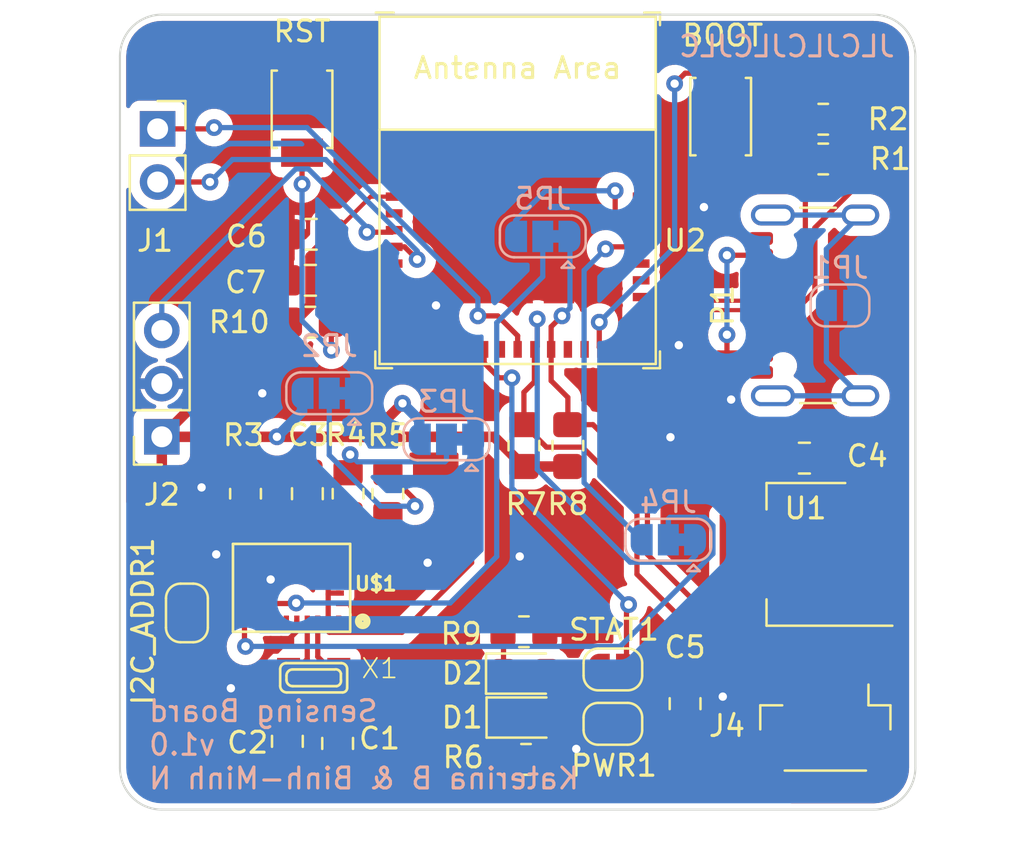
<source format=kicad_pcb>
(kicad_pcb (version 20221018) (generator pcbnew)
  (layers (0 "F.Cu" signal) (31 "B.Cu" signal) (34 "B.Paste" user) (35 "F.Paste" user) (36 "B.SilkS" user "B.Silkscreen") (37 "F.SilkS" user "F.Silkscreen") (38 "B.Mask" user) (39 "F.Mask" user) (44 "Edge.Cuts" user))
  (net 0 "")
  (net 1 "GND")
  (net 2 "Net-(U$1-XIN32)")
  (net 3 "Net-(U$1-XOUT32)")
  (net 4 "Net-(U$1-CAP)")
  (net 5 "Net-(U1-VI)")
  (net 6 "+3V3")
  (net 7 "~{RST}")
  (net 8 "Net-(D1-K)")
  (net 9 "Net-(D1-A)")
  (net 10 "Net-(D2-K)")
  (net 11 "Net-(D2-A)")
  (net 12 "/I2CADDR_3V")
  (net 13 "ADC1-4")
  (net 14 "ADC1-3")
  (net 15 "ADC1-2")
  (net 16 "SDA")
  (net 17 "SCL")
  (net 18 "Net-(JP1-B)")
  (net 19 "Net-(P1-CC)")
  (net 20 "USB_N")
  (net 21 "USB_P")
  (net 22 "Net-(P1-VCONN)")
  (net 23 "/PS0_3V")
  (net 24 "/PS1_3V")
  (net 25 "GPIO10")
  (net 26 "BOOT")
  (net 28 "/NRESET_3V")
  (net 29 "/INT_3V")
  (net 48 "Net-(JP2-C)")
  (net 49 "Net-(JP3-C)")
  (net 50 "IMU_COM0")
  (net 51 "ESP_RX")
  (net 52 "IMU_COM1")
  (net 53 "ESP_TX")
  (footprint "Capacitor_SMD:C_0805_2012Metric_Pad1.18x1.45mm_HandSolder" (layer "F.Cu") (at 58 84.7375 90)
    (fp_text reference "C2")
    (fp_text value "22p")
  )
  (footprint "sensingBoard-Library:BNO055" (layer "F.Cu") (at 58.2 77.4 180)
    (fp_text reference "U$1")
    (fp_text value "BNO055")
  )
  (footprint "Resistor_SMD:R_0805_2012Metric_Pad1.20x1.40mm_HandSolder" (layer "F.Cu") (at 69.3 79.5)
    (fp_text reference "R9")
    (fp_text value "4.7k")
  )
  (footprint "Jumper:SolderJumper-2_P1.3mm_Open_RoundedPad1.0x1.5mm" (layer "F.Cu") (at 73.55 81.3)
    (fp_text reference "STAT1")
    (fp_text value "~")
  )
  (footprint "sensingBoard-Library:SMD_Pushbutton_3mmx4mm" (layer "F.Cu") (at 58.7 54.525 -90)
    (fp_text reference "RST")
    (fp_text value "SW_Push")
  )
  (footprint "Resistor_SMD:R_0805_2012Metric_Pad1.20x1.40mm_HandSolder" (layer "F.Cu") (at 71.4 70.6 90)
    (fp_text reference "R8")
    (fp_text value "2.2k")
  )
  (footprint "Connector_PinSocket_2.54mm:PinSocket_1x03_P2.54mm_Vertical" (layer "F.Cu") (at 52 70.18 180)
    (fp_text reference "J2")
    (fp_text value "Conn_01x03_Socket" hide)
  )
  (footprint "LED_SMD:LED_0805_2012Metric_Pad1.15x1.40mm_HandSolder" (layer "F.Cu") (at 69.35 81.5)
    (fp_text reference "D2")
    (fp_text value "Blue")
  )
  (footprint "Connector_JST:JST_SH_BM04B-SRSS-TB_1x04-1MP_P1.00mm_Vertical" (layer "F.Cu") (at 83.7 84.125 180)
    (fp_text reference "J4")
    (fp_text value "Conn_01x04_MountingPin")
  )
  (footprint "Capacitor_SMD:C_0805_2012Metric_Pad1.18x1.45mm_HandSolder" (layer "F.Cu") (at 60.4 84.8375 90)
    (fp_text reference "C1")
    (fp_text value "22p")
  )
  (footprint "LED_SMD:LED_0805_2012Metric_Pad1.15x1.40mm_HandSolder" (layer "F.Cu") (at 69.375 83.6)
    (fp_text reference "D1")
    (fp_text value "Red")
  )
  (footprint "Resistor_SMD:R_0805_2012Metric_Pad1.20x1.40mm_HandSolder" (layer "F.Cu") (at 69.4 85.6)
    (fp_text reference "R6")
    (fp_text value "4.7k")
  )
  (footprint "Package_TO_SOT_SMD:SOT-223-3_TabPin2" (layer "F.Cu") (at 82.8 75.8 180)
    (fp_text reference "U1")
    (fp_text value "AMS1117")
  )
  (footprint "Connector_PinSocket_2.54mm:PinSocket_1x02_P2.54mm_Vertical" (layer "F.Cu") (at 51.8 55.46)
    (fp_text reference "J1")
    (fp_text value "Conn_01x02_Socket")
  )
  (footprint "PCM_Espressif:ESP32-C3-MINI-1" (layer "F.Cu") (at 69 58.4)
    (fp_text reference "U2")
    (fp_text value "ESP32-C3-MINI-1")
  )
  (footprint "Capacitor_SMD:C_0805_2012Metric_Pad1.18x1.45mm_HandSolder" (layer "F.Cu") (at 58.95575 72.9 -90)
    (fp_text reference "C3")
    (fp_text value "0.1u")
  )
  (footprint "Resistor_SMD:R_0805_2012Metric_Pad1.20x1.40mm_HandSolder" (layer "F.Cu") (at 83.6 55 180)
    (fp_text reference "R2")
    (fp_text value "5.1K")
  )
  (footprint "sensingBoard-Library:XTAL3215" (layer "F.Cu") (at 59.25575 81.7 180)
    (fp_text reference "X1")
    (fp_text value "32.768")
  )
  (footprint "Jumper:SolderJumper-2_P1.3mm_Open_RoundedPad1.0x1.5mm" (layer "F.Cu") (at 53.2 78.6 90)
    (fp_text reference "I2C_ADDR1")
    (fp_text value "~")
  )
  (footprint "Capacitor_SMD:C_0805_2012Metric_Pad1.18x1.45mm_HandSolder" (layer "F.Cu") (at 59.1 62.7 180)
    (fp_text reference "C7")
    (fp_text value "0.1u")
  )
  (footprint "Capacitor_SMD:C_0805_2012Metric_Pad1.18x1.45mm_HandSolder" (layer "F.Cu") (at 77 82.9375 90)
    (fp_text reference "C5")
    (fp_text value "C")
  )
  (footprint "sensingBoard-Library:SMD_Pushbutton_3mmx4mm" (layer "F.Cu") (at 78.7 54.875 90)
    (fp_text reference "BOOT")
    (fp_text value "SW_Push")
  )
  (footprint "Capacitor_SMD:C_0805_2012Metric_Pad1.18x1.45mm_HandSolder" (layer "F.Cu") (at 59.1375 60.5 180)
    (fp_text reference "C6")
    (fp_text value "0.1u")
  )
  (footprint "Jumper:SolderJumper-2_P1.3mm_Open_RoundedPad1.0x1.5mm" (layer "F.Cu") (at 73.55 83.9)
    (fp_text reference "PWR1")
    (fp_text value "~")
  )
  (footprint "Resistor_SMD:R_0805_2012Metric_Pad1.20x1.40mm_HandSolder" (layer "F.Cu") (at 83.6 56.9 180)
    (fp_text reference "R1")
    (fp_text value "5.1K")
  )
  (footprint "Resistor_SMD:R_0805_2012Metric_Pad1.20x1.40mm_HandSolder" (layer "F.Cu") (at 59.1 64.7)
    (fp_text reference "R10")
    (fp_text value "100k")
  )
  (footprint "Resistor_SMD:R_0805_2012Metric_Pad1.20x1.40mm_HandSolder" (layer "F.Cu") (at 56 72.9 90)
    (fp_text reference "R3")
    (fp_text value "10k")
  )
  (footprint "Connector_USB:USB_C_Receptacle_GCT_USB4105-xx-A_16P_TopMnt_Horizontal" (layer "F.Cu") (at 84.3 63.9 90)
    (fp_text reference "P1")
    (fp_text value "USB_C_Plug_USB2.0")
  )
  (footprint "Resistor_SMD:R_0805_2012Metric_Pad1.20x1.40mm_HandSolder" (layer "F.Cu") (at 60.9 72.9 90)
    (fp_text reference "R4")
    (fp_text value "10k")
  )
  (footprint "Resistor_SMD:R_0805_2012Metric_Pad1.20x1.40mm_HandSolder" (layer "F.Cu") (at 62.8 72.9 90)
    (fp_text reference "R5")
    (fp_text value "10k")
  )
  (footprint "Capacitor_SMD:C_0805_2012Metric_Pad1.18x1.45mm_HandSolder" (layer "F.Cu") (at 82.7 71.2 180)
    (fp_text reference "C4")
    (fp_text value "C")
  )
  (footprint "Resistor_SMD:R_0805_2012Metric_Pad1.20x1.40mm_HandSolder" (layer "F.Cu") (at 69.3 70.6 -90)
    (fp_text reference "R7")
    (fp_text value "2.2k")
  )
  (footprint "Jumper:SolderJumper-3_P1.3mm_Bridged12_RoundedPad1.0x1.5mm" (layer "B.Cu") (at 60 68.1 180)
    (fp_text reference "JP2")
    (fp_text value "SolderJumper_3_Bridged12")
  )
  (footprint "Jumper:SolderJumper-2_P1.3mm_Open_RoundedPad1.0x1.5mm" (layer "B.Cu") (at 84.4 63.9 180)
    (fp_text reference "JP1")
    (fp_text value "~")
  )
  (footprint "Jumper:SolderJumper-3_P1.3mm_Bridged12_RoundedPad1.0x1.5mm" (layer "B.Cu") (at 65.6 70.3 180)
    (fp_text reference "JP3")
    (fp_text value "SolderJumper_3_Bridged12")
  )
  (footprint "Jumper:SolderJumper-3_P1.3mm_Bridged12_RoundedPad1.0x1.5mm" (layer "B.Cu") (at 76.2 75.1 180)
    (fp_text reference "JP4")
    (fp_text value "SolderJumper_3_Bridged12")
  )
  (footprint "Jumper:SolderJumper-3_P1.3mm_Bridged12_RoundedPad1.0x1.5mm" (layer "B.Cu") (at 70.2 60.6 180)
    (fp_text reference "JP5")
    (fp_text value "SolderJumper_3_Bridged12")
  )
  (gr_line (start 86 88) (end 52 88) (stroke (width 0.1)) (layer "Edge.Cuts"))
  (gr_arc (start 50 52) (mid 50.585786 50.585786) (end 52 50) (stroke (width 0.1)) (layer "Edge.Cuts"))
  (gr_line (start 50 86) (end 50 52) (stroke (width 0.1)) (layer "Edge.Cuts"))
  (gr_line (start 88 52) (end 88 86) (stroke (width 0.1)) (layer "Edge.Cuts"))
  (gr_arc (start 88 86) (mid 87.414214 87.414214) (end 86 88) (stroke (width 0.1)) (layer "Edge.Cuts"))
  (gr_line (start 52 50) (end 86 50) (stroke (width 0.1)) (layer "Edge.Cuts"))
  (gr_arc (start 52 88) (mid 50.585786 87.414214) (end 50 86) (stroke (width 0.1)) (layer "Edge.Cuts"))
  (gr_arc (start 86 50) (mid 87.414214 50.585786) (end 88 52) (stroke (width 0.1)) (layer "Edge.Cuts"))
  (gr_text "Sensing Board\nv1.0\nKaterina B & Binh-Minh N" (at 51.3 84.9) (layer "B.SilkS") (effects (font (size 1 1)) (justify right mirror)))
  (gr_text "JLCJLCJLCJLC" (at 87.1 52.1) (layer "B.SilkS") (effects (font (size 1 1)) (justify left bottom mirror)))
  (segment (start 55.95 76.5875) (end 55.8875 76.65) (width 0.25) (layer "F.Cu") (net 1))
  (segment (start 58.5 76.8) (end 58.3 77) (width 0.25) (layer "F.Cu") (net 1))
  (segment (start 56.55 77.65) (end 57.2 77) (width 0.25) (layer "F.Cu") (net 1))
  (segment (start 55.95 75.8375) (end 54.6375 75.8375) (width 0.25) (layer "F.Cu") (net 1))
  (segment (start 55.95 75.8375) (end 55.95 76.5875) (width 0.25) (layer "F.Cu") (net 1))
  (segment (start 60.5125 78.15) (end 62.75 78.15) (width 0.25) (layer "F.Cu") (net 1))
  (segment (start 63.1 66) (end 63.05 66.05) (width 0.25) (layer "F.Cu") (net 1))
  (segment (start 58.3 77) (end 57.2 77) (width 0.25) (layer "F.Cu") (net 1))
  (segment (start 57.275 80.425) (end 56.7 81) (width 0.25) (layer "F.Cu") (net 1))
  (segment (start 56.7 81) (end 56.7 81.1) (width 0.25) (layer "F.Cu") (net 1))
  (segment (start 58.45 76.75) (end 58.5 76.8) (width 0.25) (layer "F.Cu") (net 1))
  (segment (start 58.45 78.9625) (end 58.45 79.475) (width 0.25) (layer "F.Cu") (net 1))
  (segment (start 62.75 78.15) (end 64.7 76.2) (width 0.25) (layer "F.Cu") (net 1))
  (segment (start 54.6375 75.8375) (end 54.6 75.8) (width 0.25) (layer "F.Cu") (net 1))
  (segment (start 57.5 80.425) (end 57.275 80.425) (width 0.25) (layer "F.Cu") (net 1))
  (segment (start 55.8875 77.65) (end 56.55 77.65) (width 0.25) (layer "F.Cu") (net 1))
  (segment (start 58.45 79.475) (end 57.5 80.425) (width 0.25) (layer "F.Cu") (net 1))
  (segment (start 58.45 75.8375) (end 58.45 76.75) (width 0.25) (layer "F.Cu") (net 1))
  (via (at 79.2 68.4) (size 0.8) (drill 0.4) (layers "F.Cu" "B.Cu") (net 1))
  (via (at 53.9 72.6) (size 0.8) (drill 0.4) (layers "F.Cu" "B.Cu") (net 1))
  (via (at 78.8 82.6) (size 0.8) (drill 0.4) (layers "F.Cu" "B.Cu") (net 1))
  (via (at 69.1 75.9) (size 0.8) (drill 0.4) (layers "F.Cu" "B.Cu") (net 1))
  (via (at 76.7 65.8) (size 0.8) (drill 0.4) (layers "F.Cu" "B.Cu") (net 1))
  (via (at 65.1 63.9) (size 0.8) (drill 0.4) (layers "F.Cu" "B.Cu") (net 1))
  (via (at 57.2 77) (size 0.8) (drill 0.4) (layers "F.Cu" "B.Cu") (net 1))
  (via (at 71.8 85.1) (size 0.8) (drill 0.4) (layers "F.Cu" "B.Cu") (net 1))
  (via (at 55.3 82.2) (size 0.8) (drill 0.4) (layers "F.Cu" "B.Cu") (net 1))
  (via (at 64.7 76.2) (size 0.8) (drill 0.4) (layers "F.Cu" "B.Cu") (net 1))
  (via (at 56.8 68.1) (size 0.8) (drill 0.4) (layers "F.Cu" "B.Cu") (net 1))
  (via (at 76.3 70.2) (size 0.8) (drill 0.4) (layers "F.Cu" "B.Cu") (net 1))
  (via (at 77.9 59.2) (size 0.8) (drill 0.4) (layers "F.Cu" "B.Cu") (net 1))
  (via (at 54.6 75.8) (size 0.8) (drill 0.4) (layers "F.Cu" "B.Cu") (net 1))
  (segment (start 59.45 78.9625) (end 59.45 80.69425) (width 0.25) (layer "F.Cu") (net 2))
  (segment (start 60.4 83.8) (end 60.4 81.75575) (width 0.25) (layer "F.Cu") (net 2))
  (segment (start 60.4 81.75575) (end 60.45575 81.7) (width 0.25) (layer "F.Cu") (net 2))
  (segment (start 59.45 80.69425) (end 60.45575 81.7) (width 0.25) (layer "F.Cu") (net 2))
  (segment (start 58.05575 81.7) (end 58.1 81.7) (width 0.25) (layer "F.Cu") (net 3))
  (segment (start 58.05575 83.64425) (end 58.05575 81.7) (width 0.25) (layer "F.Cu") (net 3))
  (segment (start 58.95 78.9625) (end 58.95 80.80575) (width 0.25) (layer "F.Cu") (net 3))
  (segment (start 58 83.7) (end 58.05575 83.64425) (width 0.25) (layer "F.Cu") (net 3))
  (segment (start 58.95 80.80575) (end 58.05575 81.7) (width 0.25) (layer "F.Cu") (net 3))
  (segment (start 58.95575 75.83175) (end 58.95 75.8375) (width 0.25) (layer "F.Cu") (net 4))
  (segment (start 58.95575 73.9375) (end 58.95575 75.83175) (width 0.25) (layer "F.Cu") (net 4))
  (segment (start 85.95 73.5) (end 84.6 73.5) (width 0.5) (layer "F.Cu") (net 5))
  (segment (start 80.62 66.3) (end 79 66.3) (width 0.5) (layer "F.Cu") (net 5))
  (segment (start 83.7375 72.6375) (end 83.7375 71.2) (width 0.5) (layer "F.Cu") (net 5))
  (segment (start 84.6 73.5) (end 83.7375 72.6375) (width 0.5) (layer "F.Cu") (net 5))
  (segment (start 77.9 69.1) (end 78.7 69.9) (width 0.5) (layer "F.Cu") (net 5))
  (segment (start 79 65.3) (end 79 66.3) (width 0.25) (layer "F.Cu") (net 5))
  (segment (start 82.4375 69.9) (end 83.7375 71.2) (width 0.5) (layer "F.Cu") (net 5))
  (segment (start 78.7 69.9) (end 82.4375 69.9) (width 0.5) (layer "F.Cu") (net 5))
  (segment (start 78.6 66.3) (end 77.9 67) (width 0.5) (layer "F.Cu") (net 5))
  (segment (start 77.9 67) (end 77.9 69.1) (width 0.5) (layer "F.Cu") (net 5))
  (segment (start 79 66.3) (end 78.6 66.3) (width 0.5) (layer "F.Cu") (net 5))
  (segment (start 80.62 61.5) (end 79 61.5) (width 0.25) (layer "F.Cu") (net 5))
  (via (at 79 61.5) (size 0.8) (drill 0.4) (layers "F.Cu" "B.Cu") (net 5))
  (via (at 79 65.3) (size 0.8) (drill 0.4) (layers "F.Cu" "B.Cu") (net 5))
  (segment (start 79 61.5) (end 79 65.3) (width 0.25) (layer "B.Cu") (net 5))
  (segment (start 81.6 86.9) (end 84.2 84.3) (width 0.5) (layer "F.Cu") (net 6))
  (segment (start 69.3 71.6) (end 71.4 71.6) (width 0.5) (layer "F.Cu") (net 6))
  (segment (start 85.95 75.8) (end 85 75.8) (width 0.5) (layer "F.Cu") (net 6))
  (segment (start 59.1 63.903122) (end 59.1 61.575) (width 0.5) (layer "F.Cu") (net 6))
  (segment (start 57.1125 86.9125) (end 72.7875 86.9125) (width 0.5) (layer "F.Cu") (net 6))
  (segment (start 63.1 58.7) (end 61.975 58.7) (width 0.2) (layer "F.Cu") (net 6))
  (segment (start 61.975 58.7) (end 60.175 60.5) (width 0.2) (layer "F.Cu") (net 6))
  (segment (start 59.95 76.85) (end 59.45 76.35) (width 0.25) (layer "F.Cu") (net 6))
  (segment (start 60 77.15) (end 60.5125 77.15) (width 0.25) (layer "F.Cu") (net 6))
  (segment (start 66.8 76.2) (end 66.8 70.18) (width 0.25) (layer "F.Cu") (net 6))
  (segment (start 72.7875 86.9125) (end 74.2 85.5) (width 0.5) (layer "F.Cu") (net 6))
  (segment (start 59.1 61.575) (end 60.175 60.5) (width 0.5) (layer "F.Cu") (net 6))
  (segment (start 77 83.975) (end 79.925 86.9) (width 0.5) (layer "F.Cu") (net 6))
  (segment (start 59.95 77.7) (end 60 77.65) (width 0.25) (layer "F.Cu") (net 6))
  (segment (start 79.65 75.8) (end 85.95 75.8) (width 0.5) (layer "F.Cu") (net 6))
  (segment (start 58.1 64.7) (end 58.303122 64.7) (width 0.5) (layer "F.Cu") (net 6))
  (segment (start 59.95 79.475) (end 60 79.525) (width 0.25) (layer "F.Cu") (net 6))
  (segment (start 52.45 79.25) (end 53.2 79.25) (width 0.5) (layer "F.Cu") (net 6))
  (segment (start 85 75.8) (end 84.2 76.6) (width 0.5) (layer "F.Cu") (net 6))
  (segment (start 63.5 70.18) (end 66.8 70.18) (width 0.5) (layer "F.Cu") (net 6))
  (segment (start 57.5 70.18) (end 60.96 70.18) (width 0.5) (layer "F.Cu") (net 6))
  (segment (start 79.925 86.9) (end 80.5 86.9) (width 0.5) (layer "F.Cu") (net 6))
  (segment (start 60.96 70.18) (end 63.5 70.18) (width 0.5) (layer "F.Cu") (net 6))
  (segment (start 53.2 83) (end 57.1125 86.9125) (width 0.5) (layer "F.Cu") (net 6))
  (segment (start 53.2 79.25) (end 53.2 83) (width 0.5) (layer "F.Cu") (net 6))
  (segment (start 63.5 68.58) (end 61.9 70.18) (width 0.5) (layer "F.Cu") (net 6))
  (segment (start 66.8 70.18) (end 67.88 70.18) (width 0.5) (layer "F.Cu") (net 6))
  (segment (start 59.95 77.7) (end 59.95 77.2) (width 0.25) (layer "F.Cu") (net 6))
  (segment (start 84.2 76.6) (end 84.2 82.8) (width 0.5) (layer "F.Cu") (net 6))
  (segment (start 52 72.9) (end 50.9 74) (width 0.5) (layer "F.Cu") (net 6))
  (segment (start 60 79.525) (end 63.475 79.525) (width 0.25) (layer "F.Cu") (net 6))
  (segment (start 77 83.975) (end 74.275 83.975) (width 0.5) (layer "F.Cu") (net 6))
  (segment (start 60 77.65) (end 60.5125 77.65) (width 0.25) (layer "F.Cu") (net 6))
  (segment (start 84.2 84.3) (end 84.2 82.8) (width 0.5) (layer "F.Cu") (net 6))
  (segment (start 59.95 78.9625) (end 59.95 79.475) (width 0.25) (layer "F.Cu") (net 6))
  (segment (start 52 70.18) (end 52 72.9) (width 0.5) (layer "F.Cu") (net 6))
  (segment (start 59.95 78.9625) (end 59.95 77.7) (width 0.25) (layer "F.Cu") (net 6))
  (segment (start 58.303122 64.7) (end 59.1 63.903122) (width 0.5) (layer "F.Cu") (net 6))
  (segment (start 50.9 74) (end 50.9 77.7) (width 0.5) (layer "F.Cu") (net 6))
  (segment (start 63.475 79.525) (end 66.8 76.2) (width 0.25) (layer "F.Cu") (net 6))
  (segment (start 74.2 85.5) (end 74.2 83.9) (width 0.5) (layer "F.Cu") (net 6))
  (segment (start 67.88 70.18) (end 69.3 71.6) (width 0.5) (layer "F.Cu") (net 6))
  (segment (start 57.48 64.7) (end 58.1 64.7) (width 0.5) (layer "F.Cu") (net 6))
  (segment (start 59.45 76.35) (end 59.45 75.8375) (width 0.25) (layer "F.Cu") (net 6))
  (segment (start 61.9 70.18) (end 60.96 70.18) (width 0.5) (layer "F.Cu") (net 6))
  (segment (start 50.9 77.7) (end 52.45 79.25) (width 0.5) (layer "F.Cu") (net 6))
  (segment (start 52 70.18) (end 57.48 64.7) (width 0.5) (layer "F.Cu") (net 6))
  (segment (start 59.95 77.2) (end 60 77.15) (width 0.25) (layer "F.Cu") (net 6))
  (segment (start 74.275 83.975) (end 74.2 83.9) (width 0.5) (layer "F.Cu") (net 6))
  (segment (start 59.95 77.2) (end 59.95 76.85) (width 0.25) (layer "F.Cu") (net 6))
  (segment (start 52 70.18) (end 57.5 70.18) (width 0.5) (layer "F.Cu") (net 6))
  (segment (start 80.5 86.9) (end 81.6 86.9) (width 0.5) (layer "F.Cu") (net 6))
  (segment (start 84.4 82.6) (end 84.2 82.8) (width 0.25) (layer "F.Cu") (net 6))
  (via (at 57.5 70.18) (size 0.8) (drill 0.4) (layers "F.Cu" "B.Cu") (net 6))
  (via (at 63.5 68.58) (size 0.8) (drill 0.4) (layers "F.Cu" "B.Cu") (net 6))
  (segment (start 57.5 70.18) (end 58.7 68.98) (width 0.5) (layer "B.Cu") (net 6))
  (segment (start 58.7 68.98) (end 58.7 68.1) (width 0.5) (layer "B.Cu") (net 6))
  (segment (start 64.3 69.38) (end 63.5 68.58) (width 0.5) (layer "B.Cu") (net 6))
  (segment (start 64.3 70.3) (end 64.3 69.38) (width 0.5) (layer "B.Cu") (net 6))
  (segment (start 60.1 64.7) (end 60.1 62.7375) (width 0.5) (layer "F.Cu") (net 7))
  (segment (start 58.7 56.6) (end 58.7 58.1) (width 0.25) (layer "F.Cu") (net 7))
  (segment (start 60.1 66.04) (end 60.1 64.7) (width 0.25) (layer "F.Cu") (net 7))
  (segment (start 60.1375 62.7) (end 63.1 62.7) (width 0.5) (layer "F.Cu") (net 7))
  (segment (start 60.1 62.7375) (end 60.1375 62.7) (width 0.5) (layer "F.Cu") (net 7))
  (via (at 60.1 66.04) (size 0.8) (drill 0.4) (layers "F.Cu" "B.Cu") (net 7))
  (via (at 58.7 58.1) (size 0.8) (drill 0.4) (layers "F.Cu" "B.Cu") (net 7))
  (segment (start 58.7 58.1) (end 58.7 64.64) (width 0.25) (layer "B.Cu") (net 7))
  (segment (start 58.7 64.64) (end 60.1 66.04) (width 0.25) (layer "B.Cu") (net 7))
  (segment (start 68.35 85.55) (end 68.4 85.6) (width 0.25) (layer "F.Cu") (net 8))
  (segment (start 68.35 83.6) (end 68.35 85.55) (width 0.25) (layer "F.Cu") (net 8))
  (segment (start 70.4 83.6) (end 72.6 83.6) (width 0.5) (layer "F.Cu") (net 9))
  (segment (start 72.6 83.6) (end 72.9 83.9) (width 0.5) (layer "F.Cu") (net 9))
  (segment (start 68.325 79.525) (end 68.3 79.5) (width 0.25) (layer "F.Cu") (net 10))
  (segment (start 68.325 81.5) (end 68.325 79.525) (width 0.25) (layer "F.Cu") (net 10))
  (segment (start 72.7 81.5) (end 72.9 81.3) (width 0.5) (layer "F.Cu") (net 11))
  (segment (start 70.375 81.5) (end 72.7 81.5) (width 0.5) (layer "F.Cu") (net 11))
  (segment (start 53.2 77.95) (end 54 77.15) (width 0.25) (layer "F.Cu") (net 12))
  (segment (start 53.2 74.9) (end 53.2 77.95) (width 0.25) (layer "F.Cu") (net 12))
  (segment (start 54.2 73.9) (end 53.2 74.9) (width 0.25) (layer "F.Cu") (net 12))
  (segment (start 54 77.15) (end 55.8875 77.15) (width 0.25) (layer "F.Cu") (net 12))
  (segment (start 56 73.9) (end 54.2 73.9) (width 0.25) (layer "F.Cu") (net 12))
  (segment (start 67.1 64.400002) (end 68.050002 64.400002) (width 0.25) (layer "F.Cu") (net 13))
  (segment (start 51.8 55.46) (end 54.44 55.46) (width 0.25) (layer "F.Cu") (net 13))
  (segment (start 54.44 55.46) (end 54.5 55.4) (width 0.25) (layer "F.Cu") (net 13))
  (segment (start 68.050002 64.400002) (end 69 65.35) (width 0.25) (layer "F.Cu") (net 13))
  (segment (start 69 65.35) (end 69 66) (width 0.25) (layer "F.Cu") (net 13))
  (via (at 67.1 64.400002) (size 0.8) (drill 0.4) (layers "F.Cu" "B.Cu") (net 13))
  (via (at 54.5 55.4) (size 0.8) (drill 0.4) (layers "F.Cu" "B.Cu") (net 13))
  (segment (start 67.1 63.561396) (end 67.1 64.400002) (width 0.25) (layer "B.Cu") (net 13))
  (segment (start 54.5 55.4) (end 58.938604 55.4) (width 0.25) (layer "B.Cu") (net 13))
  (segment (start 58.938604 55.4) (end 67.1 63.561396) (width 0.25) (layer "B.Cu") (net 13))
  (segment (start 63.6 61.1) (end 63.1 61.1) (width 0.25) (layer "F.Cu") (net 14))
  (segment (start 51.8 58) (end 54.3 58) (width 0.25) (layer "F.Cu") (net 14))
  (segment (start 64.2 61.7) (end 63.6 61.1) (width 0.25) (layer "F.Cu") (net 14))
  (via (at 54.3 58) (size 0.8) (drill 0.4) (layers "F.Cu" "B.Cu") (net 14))
  (via (at 64.2 61.7) (size 0.8) (drill 0.4) (layers "F.Cu" "B.Cu") (net 14))
  (segment (start 64.101104 61.198896) (end 64.2 61.297792) (width 0.25) (layer "B.Cu") (net 14))
  (segment (start 55.375 56.925) (end 59.827208 56.925) (width 0.25) (layer "B.Cu") (net 14))
  (segment (start 54.3 58) (end 55.375 56.925) (width 0.25) (layer "B.Cu") (net 14))
  (segment (start 64.2 61.297792) (end 64.2 61.7) (width 0.25) (layer "B.Cu") (net 14))
  (segment (start 59.827208 56.925) (end 64.101104 61.198896) (width 0.25) (layer "B.Cu") (net 14))
  (segment (start 63 60.4) (end 63.1 60.3) (width 0.25) (layer "F.Cu") (net 15))
  (segment (start 61.8 60.4) (end 63 60.4) (width 0.25) (layer "F.Cu") (net 15))
  (via (at 61.8 60.4) (size 0.8) (drill 0.4) (layers "F.Cu" "B.Cu") (net 15))
  (segment (start 58.399695 57.375) (end 59.000305 57.375) (width 0.25) (layer "B.Cu") (net 15))
  (segment (start 59.000305 57.375) (end 61.8 60.174695) (width 0.25) (layer "B.Cu") (net 15))
  (segment (start 61.8 60.174695) (end 61.8 60.4) (width 0.25) (layer "B.Cu") (net 15))
  (segment (start 52 65.1) (end 52 63.774695) (width 0.25) (layer "B.Cu") (net 15))
  (segment (start 52 63.774695) (end 58.399695 57.375) (width 0.25) (layer "B.Cu") (net 15))
  (segment (start 70.375 70.675) (end 72.0951 70.675) (width 0.25) (layer "F.Cu") (net 16))
  (segment (start 69.3 68.05) (end 69.3 69.6) (width 0.25) (layer "F.Cu") (net 16))
  (segment (start 69.936331 65.863669) (end 69.8 66) (width 0.25) (layer "F.Cu") (net 16))
  (segment (start 69.8 67.55) (end 69.3 68.05) (width 0.25) (layer "F.Cu") (net 16))
  (segment (start 69.936331 64.548876) (end 69.936331 65.863669) (width 0.25) (layer "F.Cu") (net 16))
  (segment (start 83.2 83.574999) (end 83.2 82.8) (width 0.25) (layer "F.Cu") (net 16))
  (segment (start 81.849092 83.9) (end 82.874999 83.9) (width 0.25) (layer "F.Cu") (net 16))
  (segment (start 74.7 73.2799) (end 74.7 76.750908) (width 0.25) (layer "F.Cu") (net 16))
  (segment (start 69.3 69.6) (end 70.375 70.675) (width 0.25) (layer "F.Cu") (net 16))
  (segment (start 82.874999 83.9) (end 83.2 83.574999) (width 0.25) (layer "F.Cu") (net 16))
  (segment (start 74.7 76.750908) (end 81.849092 83.9) (width 0.25) (layer "F.Cu") (net 16))
  (segment (start 69.8 66) (end 69.8 67.55) (width 0.25) (layer "F.Cu") (net 16))
  (segment (start 72.0951 70.675) (end 74.7 73.2799) (width 0.25) (layer "F.Cu") (net 16))
  (via (at 69.936331 64.548876) (size 0.8) (drill 0.4) (layers "F.Cu" "B.Cu") (net 16))
  (segment (start 69.936331 71.736331) (end 69.936331 64.548876) (width 0.25) (layer "B.Cu") (net 16))
  (segment (start 74.375 76.175) (end 69.936331 71.736331) (width 0.25) (layer "B.Cu") (net 16))
  (segment (start 77.5 75.1) (end 77.5 75.85) (width 0.25) (layer "B.Cu") (net 16))
  (segment (start 77.175 76.175) (end 74.375 76.175) (width 0.25) (layer "B.Cu") (net 16))
  (segment (start 77.5 75.85) (end 77.175 76.175) (width 0.25) (layer "B.Cu") (net 16))
  (segment (start 71.4 68.3) (end 71.4 69.6) (width 0.25) (layer "F.Cu") (net 17))
  (segment (start 72.6 69.6) (end 71.4 69.6) (width 0.25) (layer "F.Cu") (net 17))
  (segment (start 75.2 72.2) (end 72.6 69.6) (width 0.25) (layer "F.Cu") (net 17))
  (segment (start 75.2 75.8) (end 75.2 72.2) (width 0.25) (layer "F.Cu") (net 17))
  (segment (start 70.6 64.920002) (end 70.6 66) (width 0.25) (layer "F.Cu") (net 17))
  (segment (start 82.2 82.8) (end 75.2 75.8) (width 0.25) (layer "F.Cu") (net 17))
  (segment (start 70.6 66) (end 70.6 67.5) (width 0.25) (layer "F.Cu") (net 17))
  (segment (start 70.6 67.5) (end 71.4 68.3) (width 0.25) (layer "F.Cu") (net 17))
  (segment (start 71.12 64.400002) (end 70.6 64.920002) (width 0.25) (layer "F.Cu") (net 17))
  (segment (start 71.1 69.7) (end 71.1 69.5) (width 0.25) (layer "F.Cu") (net 17))
  (via (at 71.12 64.400002) (size 0.8) (drill 0.4) (layers "F.Cu" "B.Cu") (net 17))
  (segment (start 71.5 64.020002) (end 71.12 64.400002) (width 0.25) (layer "B.Cu") (net 17))
  (segment (start 71.5 60.6) (end 71.5 64.020002) (width 0.25) (layer "B.Cu") (net 17))
  (segment (start 85.375 59.58) (end 81.195 59.58) (width 0.25) (layer "B.Cu") (net 18))
  (segment (start 85.375 68.22) (end 83.75 66.595) (width 0.25) (layer "B.Cu") (net 18))
  (segment (start 83.75 66.595) (end 83.75 63.9) (width 0.25) (layer "B.Cu") (net 18))
  (segment (start 83.75 63.9) (end 83.75 61.205) (width 0.25) (layer "B.Cu") (net 18))
  (segment (start 81.195 68.22) (end 85.375 68.22) (width 0.25) (layer "B.Cu") (net 18))
  (segment (start 83.75 61.205) (end 85.375 59.58) (width 0.25) (layer "B.Cu") (net 18))
  (segment (start 83.2 63.212764) (end 81.262764 65.15) (width 0.25) (layer "F.Cu") (net 19))
  (segment (start 83.2 60.188274) (end 83.2 63.212764) (width 0.25) (layer "F.Cu") (net 19))
  (segment (start 84.6 55) (end 85.525 55.925) (width 0.25) (layer "F.Cu") (net 19))
  (segment (start 85.525 57.863274) (end 83.2 60.188274) (width 0.25) (layer "F.Cu") (net 19))
  (segment (start 85.525 55.925) (end 85.525 57.863274) (width 0.25) (layer "F.Cu") (net 19))
  (segment (start 81.262764 65.15) (end 80.62 65.15) (width 0.25) (layer "F.Cu") (net 19))
  (segment (start 74.9 64.3) (end 75.500001 64.3) (width 0.2) (layer "F.Cu") (net 20))
  (segment (start 79.757499 64.15) (end 80.62 64.15) (width 0.2) (layer "F.Cu") (net 20))
  (segment (start 79.732499 64.125) (end 79.757499 64.15) (width 0.2) (layer "F.Cu") (net 20))
  (segment (start 75.675001 64.125) (end 79.732499 64.125) (width 0.2) (layer "F.Cu") (net 20))
  (segment (start 75.500001 64.3) (end 75.675001 64.125) (width 0.2) (layer "F.Cu") (net 20))
  (segment (start 74.9 63.5) (end 75.500001 63.5) (width 0.2) (layer "F.Cu") (net 21))
  (segment (start 79.732499 63.675) (end 79.757499 63.65) (width 0.2) (layer "F.Cu") (net 21))
  (segment (start 75.675001 63.675) (end 79.732499 63.675) (width 0.2) (layer "F.Cu") (net 21))
  (segment (start 79.757499 63.65) (end 80.62 63.65) (width 0.2) (layer "F.Cu") (net 21))
  (segment (start 75.500001 63.5) (end 75.675001 63.675) (width 0.2) (layer "F.Cu") (net 21))
  (segment (start 82.25 62.15) (end 80.62 62.15) (width 0.25) (layer "F.Cu") (net 22))
  (segment (start 84.6 56.9) (end 82.745 58.755) (width 0.25) (layer "F.Cu") (net 22))
  (segment (start 82.745 58.755) (end 82.745 61.655) (width 0.25) (layer "F.Cu") (net 22))
  (segment (start 82.745 61.655) (end 82.25 62.15) (width 0.25) (layer "F.Cu") (net 22))
  (segment (start 60.9 75.3875) (end 60.45 75.8375) (width 0.25) (layer "F.Cu") (net 23))
  (segment (start 60.9 73.9) (end 60.9 75.3875) (width 0.25) (layer "F.Cu") (net 23))
  (segment (start 62.8 74.3625) (end 60.5125 76.65) (width 0.25) (layer "F.Cu") (net 24))
  (segment (start 62.8 73.9) (end 62.8 74.3625) (width 0.25) (layer "F.Cu") (net 24))
  (segment (start 68.109867 67.359867) (end 68.725 67.359867) (width 0.25) (layer "F.Cu") (net 25))
  (segment (start 74.2 78.3) (end 74.2 81.3) (width 0.25) (layer "F.Cu") (net 25))
  (segment (start 67.4 66) (end 67.4 66.65) (width 0.25) (layer "F.Cu") (net 25))
  (segment (start 67.4 66.65) (end 68.109867 67.359867) (width 0.25) (layer "F.Cu") (net 25))
  (segment (start 74.3 78.2) (end 74.2 78.3) (width 0.25) (layer "F.Cu") (net 25))
  (via (at 74.3 78.2) (size 0.8) (drill 0.4) (layers "F.Cu" "B.Cu") (net 25))
  (via (at 68.725 67.359867) (size 0.8) (drill 0.4) (layers "F.Cu" "B.Cu") (net 25))
  (segment (start 68.725 67.359867) (end 68.725 72.625) (width 0.25) (layer "B.Cu") (net 25))
  (segment (start 68.725 72.625) (end 74.3 78.2) (width 0.25) (layer "B.Cu") (net 25))
  (segment (start 72.9 64.7) (end 72.9 65.9) (width 0.25) (layer "F.Cu") (net 26))
  (segment (start 72.9 65.9) (end 73 66) (width 0.25) (layer "F.Cu") (net 26))
  (segment (start 78.7 52.8) (end 77 52.8) (width 0.25) (layer "F.Cu") (net 26))
  (segment (start 77 52.8) (end 76.5 53.3) (width 0.25) (layer "F.Cu") (net 26))
  (via (at 76.5 53.3) (size 0.8) (drill 0.4) (layers "F.Cu" "B.Cu") (net 26))
  (via (at 72.9 64.7) (size 0.8) (drill 0.4) (layers "F.Cu" "B.Cu") (net 26))
  (segment (start 76.5 61.1) (end 72.9 64.7) (width 0.25) (layer "B.Cu") (net 26))
  (segment (start 76.5 53.3) (end 76.5 61.1) (width 0.25) (layer "B.Cu") (net 26))
  (segment (start 64.098436 73.498438) (end 64.098436 73.198436) (width 0.25) (layer "F.Cu") (net 48))
  (segment (start 64.098436 73.198436) (end 62.8 71.9) (width 0.25) (layer "F.Cu") (net 48))
  (via (at 64.098436 73.498438) (size 0.8) (drill 0.4) (layers "F.Cu" "B.Cu") (net 48))
  (segment (start 60 68.1) (end 60 71.055305) (width 0.25) (layer "B.Cu") (net 48))
  (segment (start 62.443133 73.498438) (end 64.098436 73.498438) (width 0.25) (layer "B.Cu") (net 48))
  (segment (start 60 71.055305) (end 62.443133 73.498438) (width 0.25) (layer "B.Cu") (net 48))
  (segment (start 61 71.8) (end 60.9 71.9) (width 0.25) (layer "F.Cu") (net 49))
  (segment (start 61 71.03) (end 61 71.8) (width 0.25) (layer "F.Cu") (net 49))
  (via (at 61 71.03) (size 0.8) (drill 0.4) (layers "F.Cu" "B.Cu") (net 49))
  (segment (start 61.345 71.375) (end 61 71.03) (width 0.25) (layer "B.Cu") (net 49))
  (segment (start 65.6 70.3) (end 65.6 71.3) (width 0.25) (layer "B.Cu") (net 49))
  (segment (start 65.6 71.3) (end 65.525 71.375) (width 0.25) (layer "B.Cu") (net 49))
  (segment (start 65.525 71.375) (end 61.345 71.375) (width 0.25) (layer "B.Cu") (net 49))
  (segment (start 56 80.2) (end 55.95 80.15) (width 0.25) (layer "F.Cu") (net 50))
  (segment (start 55.95 80.15) (end 55.95 78.9625) (width 0.25) (layer "F.Cu") (net 50))
  (via (at 56 80.2) (size 0.8) (drill 0.4) (layers "F.Cu" "B.Cu") (net 50))
  (segment (start 76.2 74.1) (end 76.275 74.025) (width 0.25) (layer "B.Cu") (net 50))
  (segment (start 78.330142 75.769858) (end 73.9 80.2) (width 0.25) (layer "B.Cu") (net 50))
  (segment (start 77.925 74.025) (end 78.330142 74.430142) (width 0.25) (layer "B.Cu") (net 50))
  (segment (start 76.275 74.025) (end 77.925 74.025) (width 0.25) (layer "B.Cu") (net 50))
  (segment (start 73.9 80.2) (end 56 80.2) (width 0.25) (layer "B.Cu") (net 50))
  (segment (start 78.330142 74.430142) (end 78.330142 75.769858) (width 0.25) (layer "B.Cu") (net 50))
  (segment (start 76.2 75.1) (end 76.2 74.1) (width 0.25) (layer "B.Cu") (net 50))
  (segment (start 73.3 61.1) (end 74.9 61.1) (width 0.25) (layer "F.Cu") (net 51))
  (segment (start 73.2 61.2) (end 73.3 61.1) (width 0.25) (layer "F.Cu") (net 51))
  (via (at 73.2 61.2) (size 0.8) (drill 0.4) (layers "F.Cu" "B.Cu") (net 51))
  (segment (start 74.9 75.1) (end 72.175 72.375) (width 0.25) (layer "B.Cu") (net 51))
  (segment (start 72.175 72.375) (end 72.175 62.225) (width 0.25) (layer "B.Cu") (net 51))
  (segment (start 72.175 62.225) (end 73.2 61.2) (width 0.25) (layer "B.Cu") (net 51))
  (segment (start 58.394998 78.15) (end 55.8875 78.15) (width 0.25) (layer "F.Cu") (net 52))
  (segment (start 58.42 78.124998) (end 58.394998 78.15) (width 0.25) (layer "F.Cu") (net 52))
  (via (at 58.42 78.124998) (size 0.8) (drill 0.4) (layers "F.Cu" "B.Cu") (net 52))
  (segment (start 68 64.725) (end 68 75.9) (width 0.25) (layer "B.Cu") (net 52))
  (segment (start 65.775002 78.124998) (end 58.42 78.124998) (width 0.25) (layer "B.Cu") (net 52))
  (segment (start 70.2 62.525) (end 68 64.725) (width 0.25) (layer "B.Cu") (net 52))
  (segment (start 68 75.9) (end 65.775002 78.124998) (width 0.25) (layer "B.Cu") (net 52))
  (segment (start 70.2 60.6) (end 70.2 62.525) (width 0.25) (layer "B.Cu") (net 52))
  (segment (start 73.66 59.71) (end 74.25 60.3) (width 0.25) (layer "F.Cu") (net 53))
  (segment (start 74.25 60.3) (end 74.9 60.3) (width 0.25) (layer "F.Cu") (net 53))
  (segment (start 73.66 58.42) (end 73.66 59.71) (width 0.25) (layer "F.Cu") (net 53))
  (via (at 73.66 58.42) (size 0.8) (drill 0.4) (layers "F.Cu" "B.Cu") (net 53))
  (segment (start 68.9 59.85) (end 70.33 58.42) (width 0.25) (layer "B.Cu") (net 53))
  (segment (start 68.9 60.6) (end 68.9 59.85) (width 0.25) (layer "B.Cu") (net 53))
  (segment (start 70.33 58.42) (end 73.66 58.42) (width 0.25) (layer "B.Cu") (net 53))
  (zone (net 1) (net_name "GND") (layers "F&B.Cu") (connect_pads (clearance 0.5)) (min_thickness 0.2) (fill yes (thermal_gap 0.2) (thermal_bridge_width 0.5))
    (polygon (pts (xy 48.5 49.3) (xy 48.4 89.7) (xy 90.1 89.6) (xy 89.9 49.5)))
  )
)
</source>
